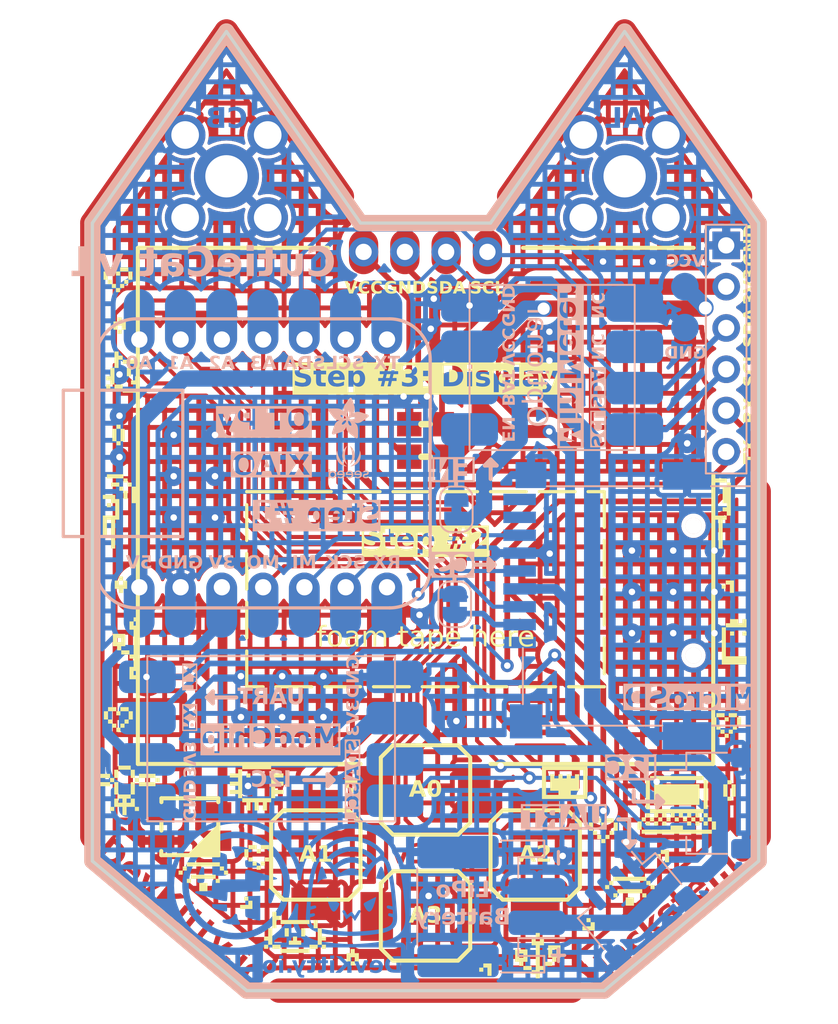
<source format=kicad_pcb>
(kicad_pcb (version 20221018) (generator pcbnew)
  (layers (0 "F.Cu" signal) (31 "B.Cu" signal) (34 "B.Paste" user) (35 "F.Paste" user) (36 "B.SilkS" user "B.Silkscreen") (37 "F.SilkS" user "F.Silkscreen") (38 "B.Mask" user) (39 "F.Mask" user) (44 "Edge.Cuts" user))
  (net 0 "")
  (net 1 "SDA")
  (net 2 "SCL")
  (net 3 "GND")
  (net 4 "+3V3")
  (net 5 "VBAT")
  (net 6 "Net-(JP2-B)")
  (net 7 "Net-(JP1-B)")
  (net 8 "UP_BTN")
  (net 9 "DN_BTN")
  (net 10 "LT_BTN")
  (net 11 "RT_BTN")
  (net 12 "MCU_TX")
  (net 13 "SCK")
  (net 14 "MISO")
  (net 15 "MOSI")
  (net 16 "VCC")
  (net 17 "MCU_RX")
  (net 22 "Net-(U2-VCC)")
  (net 23 "Net-(U2-GND)")
  (net 24 "DO")
  (footprint "LOGO" (layer "F.Cu") (at -10.39 16.12)
    (fp_text reference "G***" hide)
    (fp_text value "LOGO" hide)
  )
  (footprint "LOGO" (layer "F.Cu") (at 15.46 17.17)
    (fp_text reference "G***" hide)
    (fp_text value "LOGO" hide)
  )
  (footprint "LOGO" (layer "F.Cu") (at 8.56 15.79)
    (fp_text reference "G***" hide)
    (fp_text value "LOGO" hide)
  )
  (footprint "LOGO" (layer "F.Cu") (at -4.48 26.54)
    (fp_text reference "G***" hide)
    (fp_text value "LOGO" hide)
  )
  (footprint "LOGO" (layer "F.Cu") (at -18.47 7.535)
    (fp_text reference "G***" hide)
    (fp_text value "LOGO" hide)
  )
  (footprint "LOGO" (layer "F.Cu") (at -18.52 16.275)
    (fp_text reference "G***" hide)
    (fp_text value "LOGO" hide)
  )
  (footprint "LOGO" (layer "F.Cu") (at -18.92 -15.135)
    (fp_text reference "G***" hide)
    (fp_text value "LOGO" hide)
  )
  (footprint "Wardriver-Footprints:Smol" (layer "F.Cu") (at 6.75 20.25 90)
    (fp_text reference "SW4" hide)
    (fp_text value "Right")
  )
  (footprint "LOGO" (layer "F.Cu") (at -13.67 21.59)
    (fp_text reference "G***" hide)
    (fp_text value "LOGO" hide)
  )
  (footprint "LOGO" (layer "F.Cu") (at -18.82 -12.315)
    (fp_text reference "G***" hide)
    (fp_text value "LOGO" hide)
  )
  (footprint "LOGO" (layer "F.Cu") (at -17.7425 -9.455)
    (fp_text reference "G***" hide)
    (fp_text value "LOGO" hide)
  )
  (footprint "LOGO" (layer "F.Cu") (at 18.702 16.283)
    (fp_text reference "G***" hide)
    (fp_text value "LOGO" hide)
  )
  (footprint "LOGO" (layer "F.Cu") (at 18.53 12.285)
    (fp_text reference "G***" hide)
    (fp_text value "LOGO" hide)
  )
  (footprint "Wardriver-Footprints:Smol" (layer "F.Cu") (at 0 24 180)
    (fp_text reference "SW2" hide)
    (fp_text value "Down")
  )
  (footprint "LOGO" (layer "F.Cu") (at -18.74 3.625 180)
    (fp_text reference "G***" hide)
    (fp_text value "LOGO" hide)
  )
  (footprint "LOGO" (layer "F.Cu") (at 10.033 24.511)
    (fp_text reference "G***" hide)
    (fp_text value "LOGO" hide)
  )
  (footprint "LOGO" (layer "F.Cu") (at -18.84 -0.885)
    (fp_text reference "G***" hide)
    (fp_text value "LOGO" hide)
  )
  (footprint "LOGO" (layer "F.Cu") (at 6.9088 26.4414)
    (fp_text reference "G***" hide)
    (fp_text value "LOGO" hide)
  )
  (footprint "clipboard:4c8db4ee-6549-4df2-843f-e4db1e68e004" (layer "F.Cu") (at 21.95 -15.915)
    (fp_text reference "")
    (fp_text value "")
  )
  (footprint "LOGO" (layer "F.Cu") (at 12.573 22.479)
    (fp_text reference "G***" hide)
    (fp_text value "LOGO" hide)
  )
  (footprint "LOGO" (layer "F.Cu") (at -4.572 16.002 180)
    (fp_text reference "G***" hide)
    (fp_text value "LOGO" hide)
  )
  (footprint "Jumper:SolderJumper-2_P1.3mm_Bridged_Pad1.0x1.5mm" (layer "F.Cu") (at 0 -5.25 90)
    (fp_text reference "U6" hide)
    (fp_text value "~")
  )
  (footprint "LOGO" (layer "F.Cu") (at -18.9 11.915)
    (fp_text reference "G***" hide)
    (fp_text value "LOGO" hide)
  )
  (footprint "LOGO" (layer "F.Cu") (at 18.6 3.745 90)
    (fp_text reference "G***" hide)
    (fp_text value "LOGO" hide)
  )
  (footprint "LOGO" (layer "F.Cu") (at 10.94 18.76)
    (fp_text reference "G***" hide)
    (fp_text value "LOGO" hide)
  )
  (footprint "LED_SMD:LED_SK6812MINI_PLCC4_3.5x3.5mm_P1.75mm" (layer "F.Cu") (at -14.5 18.5)
    (fp_text reference "D1" hide)
    (fp_text value "SK6812MINI")
  )
  (footprint "Nugget-Modules:SH1106" (layer "F.Cu") (at 0 -2.1)
    (fp_text reference "U2" hide)
    (fp_text value "SH1106 OLED")
  )
  (footprint "LOGO" (layer "F.Cu") (at -10.26 20.4)
    (fp_text reference "G***" hide)
    (fp_text value "LOGO" hide)
  )
  (footprint "LOGO" (layer "F.Cu") (at 3.683 27.305 90)
    (fp_text reference "G***" hide)
    (fp_text value "LOGO" hide)
  )
  (footprint "Wardriver-Footprints:Smol" (layer "F.Cu") (at 0 16.25 180)
    (fp_text reference "SW1" hide)
    (fp_text value "Up")
  )
  (footprint "LOGO" (layer "F.Cu") (at -18.89 -5.585)
    (fp_text reference "G***" hide)
    (fp_text value "LOGO" hide)
  )
  (footprint "LOGO" (layer "F.Cu") (at 14.605 20.32 90)
    (fp_text reference "G***" hide)
    (fp_text value "LOGO" hide)
  )
  (footprint "Wardriver-Footprints:Smol" (layer "F.Cu") (at -6.75 20.25 90)
    (fp_text reference "SW3" hide)
    (fp_text value "Left")
  )
  (footprint "LOGO" (layer "F.Cu") (at 18.99 7.135)
    (fp_text reference "G***" hide)
    (fp_text value "LOGO" hide)
  )
  (footprint "LOGO" (layer "F.Cu") (at -11.03 23.19)
    (fp_text reference "G***" hide)
    (fp_text value "LOGO" hide)
  )
  (footprint "LOGO" (layer "F.Cu") (at 17.9005 -0.755)
    (fp_text reference "G***" hide)
    (fp_text value "LOGO" hide)
  )
  (footprint "LOGO" (layer "F.Cu") (at -8.03 25.01)
    (fp_text reference "G***" hide)
    (fp_text value "LOGO" hide)
  )
  (footprint "Connector_JST:JST_SH_SM04B-SRSS-TB_1x04-1MP_P1.00mm_Horizontal" (layer "B.Cu") (at 12.9 23.5 -140)
    (fp_text reference "J4" hide)
    (fp_text value "Conn_01x04_MountingPin" hide)
  )
  (footprint "Jumper:SolderJumper-2_P1.3mm_Bridged_RoundedPad1.0x1.5mm" (layer "B.Cu") (at 1.8 4.835 -90)
    (fp_text reference "JP1" hide)
    (fp_text value "Jumper")
  )
  (footprint "Connector_JST:JST_SH_SM04B-SRSS-TB_1x04-1MP_P1.00mm_Horizontal" (layer "B.Cu") (at 17.83 17.07 -90)
    (fp_text reference "J5" hide)
    (fp_text value "Conn_01x04_MountingPin" hide)
  )
  (footprint "Wardriver-Footprints:MOUDLE14P-SMD-2.54-21X17.8MM" (layer "B.Cu") (at -10 -3.84 90)
    (fp_text reference "U1" hide)
    (fp_text value "~" hide)
  )
  (footprint "Connector_PinSocket_2.54mm:PinSocket_1x06_P2.54mm_Vertical" (layer "B.Cu") (at 18.5 -17.25 180)
    (fp_text reference "J1" hide)
    (fp_text value "Header" hide)
  )
  (footprint "clipboard:f961fc29-c949-4d2d-849c-141f9608b811" (layer "B.Cu") (at 4.9 0.14 90)
    (fp_text reference "")
    (fp_text value "")
  )
  (footprint "Jumper:SolderJumper-2_P1.3mm_Bridged_RoundedPad1.0x1.5mm" (layer "B.Cu") (at 1.8996 -1.0142 90)
    (fp_text reference "JP2" hide)
    (fp_text value "Jumper")
  )
  (footprint "Connector_Coaxial:SMA_Amphenol_901-144_Vertical" (layer "B.Cu") (at 12.25 -21.5 180)
    (fp_text reference "AE1" hide)
    (fp_text value "Antenna_Shield")
  )
  (footprint "DevKitty-ModChip:DevKitty-ModChip" (layer "B.Cu") (at -9.5 13.1 180)
    (fp_text reference "U4" hide)
    (fp_text value "~")
  )
  (footprint "Connector_JST:JST_PH_S2B-PH-SM4-TB_1x02-1MP_P2.00mm_Horizontal" (layer "B.Cu") (at 4 23.42 90)
    (fp_text reference "J2" hide)
    (fp_text value "LiPo")
  )
  (footprint "PicoCharge:MiniMeter" (layer "B.Cu") (at 7.79 -9.74 -90)
    (fp_text reference "U3" hide)
    (fp_text value "~")
  )
  (footprint "Wardriver-Footprints:MicroSD" (layer "B.Cu") (at 5.99 4.93 -90)
    (fp_text reference "U5" hide)
    (fp_text value "MicroSD Card" hide)
  )
  (footprint "Connector_Coaxial:SMA_Amphenol_901-144_Vertical" (layer "B.Cu") (at -12.25 -21.5 180)
    (fp_text reference "AE2" hide)
    (fp_text value "Antenna_Shield")
  )
  (footprint "LOGO" (layer "B.Cu") (at -11.65 22.13 180)
    (fp_text reference "G***" hide)
    (fp_text value "LOGO" hide)
  )
  (footprint "LOGO" (layer "B.Cu") (at -4.553599 22.178427 180)
    (fp_text reference "Gf" hide)
    (fp_text value "LOGO" hide)
  )
  (footprint "LOGO" (layer "B.Cu") (at -11.65 22.13 180)
    (fp_text reference "G***" hide)
    (fp_text value "LOGO" hide)
  )
  (gr_line (start 20.5 19.1232) (end 20.5 -2.12317) (stroke (width 1.5)) (layer "F.Cu"))
  (gr_line (start 12.25 -30.4054) (end 5.14715 -20.2615) (stroke (width 1.5)) (layer "F.Cu"))
  (gr_line (start -12.25 -30.4054) (end -5.14715 -20.2615) (stroke (width 1.5)) (layer "F.Cu"))
  (gr_line (start -20.5 -18.6232) (end -12.25 -30.4054) (stroke (width 1.5)) (layer "F.Cu"))
  (gr_line (start -9 28.5946) (end 9 28.5946) (stroke (width 1.5)) (layer "F.Cu"))
  (gr_line (start 12.25 -30.4054) (end 19.3528 -20.2615) (stroke (width 1.5)) (layer "F.Cu"))
  (gr_line (start -20.5 19.1232) (end -20.5 -18.6232) (stroke (width 1.5)) (layer "F.Cu"))
  (gr_circle (center -11.65 22.13) (end -8.532966 22.13) (stroke (width 0.4)) (fill none) (layer "B.Cu"))
  (gr_line (start 1.8796 -2.7042) (end 1.8796 -2.4892) (stroke (width 0.25)) (layer "B.SilkS"))
  (gr_line (start 11 28.5946) (end -11 28.5946) (stroke (width 1)) (layer "B.SilkS"))
  (gr_line (start 3.6482 -3.7084) (end 4.3782 -3.7084) (stroke (width 0.25)) (layer "B.SilkS"))
  (gr_line (start 14.25 16.605) (end 14.62 16.965) (stroke (width 0.25)) (layer "B.SilkS"))
  (gr_line (start -20.5 -18.6232) (end -20.5 20.6232) (stroke (width 1)) (layer "B.SilkS"))
  (gr_line (start 20.5 20.6232) (end 11 28.5946) (stroke (width 1)) (layer "B.SilkS"))
  (gr_line (start 12.17 19.41) (end 12.9 19.41) (stroke (width 0.25)) (layer "B.SilkS"))
  (gr_line (start 1.78 3.145) (end 1.78 3.36) (stroke (width 0.25)) (layer "B.SilkS"))
  (gr_line (start 12.81 16.295) (end 12.81 16.965) (stroke (width 0.25)) (layer "B.SilkS"))
  (gr_line (start 20.5 -18.6232) (end 20.5 20.6232) (stroke (width 1)) (layer "B.SilkS"))
  (gr_line (start 14.25 16.605) (end 14.25 17.335) (stroke (width 0.25)) (layer "B.SilkS"))
  (gr_line (start 3.885 2.035) (end 3.885 2.765) (stroke (width 0.25)) (layer "B.SilkS"))
  (gr_line (start 12.81 16.965) (end 14.62 16.965) (stroke (width 0.25)) (layer "B.SilkS"))
  (gr_line (start 3.885 2.035) (end 4.255 2.395) (stroke (width 0.25)) (layer "B.SilkS"))
  (gr_line (start 4 -18.6232) (end 12.25 -30.4054) (stroke (width 1)) (layer "B.SilkS"))
  (gr_line (start -20.5 -18.6232) (end -12.25 -30.4054) (stroke (width 1)) (layer "B.SilkS"))
  (gr_line (start 4.0082 -4.0784) (end 4.3782 -3.7084) (stroke (width 0.25)) (layer "B.SilkS"))
  (gr_line (start 12.53 18.06) (end 12.53 19.78) (stroke (width 0.25)) (layer "B.SilkS"))
  (gr_line (start 4.255 2.395) (end 3.885 2.765) (stroke (width 0.25)) (layer "B.SilkS"))
  (gr_line (start 12.53 19.78) (end 12.9 19.41) (stroke (width 0.25)) (layer "B.SilkS"))
  (gr_line (start 12.17 19.41) (end 12.53 19.78) (stroke (width 0.25)) (layer "B.SilkS"))
  (gr_line (start 4.0082 -2.8784) (end 4.0082 -4.0784) (stroke (width 0.25)) (layer "B.SilkS"))
  (gr_line (start 11.86 18.06) (end 12.53 18.06) (stroke (width 0.25)) (layer "B.SilkS"))
  (gr_line (start -12.25 -30.4054) (end -4 -18.6232) (stroke (width 1)) (layer "B.SilkS"))
  (gr_line (start 14.62 16.965) (end 14.25 17.335) (stroke (width 0.25)) (layer "B.SilkS"))
  (gr_line (start -4 -18.6232) (end 4 -18.6232) (stroke (width 1)) (layer "B.SilkS"))
  (gr_line (start -11 28.5946) (end -20.5 20.6232) (stroke (width 1)) (layer "B.SilkS"))
  (gr_line (start 3.6482 -3.7084) (end 4.0082 -4.0784) (stroke (width 0.25)) (layer "B.SilkS"))
  (gr_line (start 12.25 -30.4054) (end 20.5 -18.6232) (stroke (width 1)) (layer "B.SilkS"))
  (gr_line (start 3.055 2.395) (end 4.255 2.395) (stroke (width 0.25)) (layer "B.SilkS"))
  (gr_line (start -20.5 -18.6232) (end -20.5 20.6232) (stroke (width 0.2)) (layer "Edge.Cuts"))
  (gr_line (start 20.5 20.6232) (end 11 28.5946) (stroke (width 0.2)) (layer "Edge.Cuts"))
  (gr_line (start 20.5 -18.6232) (end 20.5 20.6232) (stroke (width 0.2)) (layer "Edge.Cuts"))
  (gr_line (start 4 -18.6232) (end 12.25 -30.4054) (stroke (width 0.2)) (layer "Edge.Cuts"))
  (gr_line (start 11 28.5946) (end -11 28.5946) (stroke (width 0.2)) (layer "Edge.Cuts"))
  (gr_line (start -4 -18.6232) (end 4 -18.6232) (stroke (width 0.2)) (layer "Edge.Cuts"))
  (gr_line (start -12.25 -30.4054) (end -4 -18.6232) (stroke (width 0.2)) (layer "Edge.Cuts"))
  (gr_line (start -20.5 -18.6232) (end -12.25 -30.4054) (stroke (width 0.2)) (layer "Edge.Cuts"))
  (gr_line (start -11 28.5946) (end -20.5 20.6232) (stroke (width 0.2)) (layer "Edge.Cuts"))
  (gr_line (start 12.25 -30.4054) (end 20.5 -18.6232) (stroke (width 0.2)) (layer "Edge.Cuts"))
  (gr_text "Hackster.io" (at 15.02 23.76 40) (layer "F.Cu") (effects (font (size 1.5 1.5) (thickness 0.2) bold)))
  (gr_text "v1.0" (at 0 20.25) (layer "F.Cu") (effects (font (size 1.25 1.25) (thickness 0.2) bold)))
  (gr_text "DevKitty.io" (at -15.02 23.83 320) (layer "F.Cu") (effects (font (size 1.5 1.5) (thickness 0.2) bold)))
  (gr_text "AL" (at 12.25 -25) (layer "B.Cu") (effects (font (size 1.25 1.25) (thickness 0.25) bold) (justify mirror)))
  (gr_text "DevKitty.io" (at -5.74 27.08) (layer "B.Cu") (effects (font (size 1 1) (thickness 0.2) bold) (justify mirror)))
  (gr_text "CB" (at -12.25 -25) (layer "B.Cu") (effects (font (size 1.25 1.25) (thickness 0.25) bold) (justify mirror)))
  (gr_text "CS" (at 2.95 2.515) (layer "B.SilkS" knockout) (effects (font (size 1.25 1.25) (thickness 0.25) bold) (justify left mirror)))
  (gr_text "CutieCat v1" (at -5.51 -15.055) (layer "B.SilkS") (effects (font (size 1.8 1.8) (thickness 0.2) bold) (justify left bottom mirror)))
  (gr_text "GND" (at 16 -10.6) (layer "B.SilkS") (effects (font (size 0.75 0.75) (thickness 0.1875) bold) (justify mirror)))
  (gr_text "I2C" (at 14.224 14.986) (layer "B.SilkS" knockout) (effects (font (size 1.25 1.25) (thickness 0.25) bold) (justify left mirror)))
  (gr_text "LiPo\nBattery" (at 2.29 23.27) (layer "B.SilkS") (effects (font (size 1 1) (thickness 0.25) bold) (justify mirror)))
  (gr_text "VCC" (at 16 -16.25) (layer "B.SilkS") (effects (font (size 0.75 0.75) (thickness 0.1875) bold) (justify mirror)))
  (gr_text "UART" (at 11.176 18.01) (layer "B.SilkS" knockout) (effects (font (size 1.25 1.25) (thickness 0.25) bold) (justify left mirror)))
  (gr_text "EN" (at 3.0496 -3.3342) (layer "B.SilkS" knockout) (effects (font (size 1.25 1.25) (thickness 0.25) bold) (justify left mirror)))
  (segment (start 1.633604 -1) (end -3.7 -1) (width 0.25) (layer "F.Cu") (net 1))
  (segment (start 4.622451 14.668847) (end 3.17 13.216396) (width 0.25) (layer "F.Cu") (net 1))
  (segment (start 4.622451 14.77) (end 4.622451 14.668847) (width 0.25) (layer "F.Cu") (net 1))
  (segment (start 3.17 0.536396) (end 1.633604 -1) (width 0.25) (layer "F.Cu") (net 1))
  (segment (start -5.36 -2.66) (end -5.36 -9.37) (width 0.25) (layer "F.Cu") (net 1))
  (segment (start -3.7 -1) (end -5.36 -2.66) (width 0.25) (layer "F.Cu") (net 1))
  (segment (start 3.17 13.216396) (end 3.17 0.536396) (width 0.25) (layer "F.Cu") (net 1))
  (segment (start -5.36 -9.37) (end -7.66 -11.67) (width 0.25) (layer "F.Cu") (net 1))
  (via (at 4.622451 14.77) (size 0.8) (drill 0.4) (layers "F.Cu" "B.Cu") (net 1))
  (segment (start 12.493274 -8.47) (end 12.87 -8.47) (width 0.25) (layer "B.Cu") (net 1))
  (segment (start -6.09 -18.225) (end 2.235 -18.225) (width 0.25) (layer "B.Cu") (net 1))
  (segment (start 10.066 -14.969) (end 10.066 -10.897274) (width 0.25) (layer "B.Cu") (net 1))
  (segment (start 14.8 -8.47) (end 18.5 -12.17) (width 0.35) (layer "B.Cu") (net 1))
  (segment (start 4.632451 14.78) (end 10.79 14.78) (width 0.25) (layer "B.Cu") (net 1))
  (segment (start 10.066 -10.897274) (end 12.493274 -8.47) (width 0.25) (layer "B.Cu") (net 1))
  (segment (start -1.47 14.78) (end -1.88 14.37) (width 0.25) (layer "B.Cu") (net 1))
  (segment (start 4.622451 14.77) (end 4.632451 14.78) (width 0.25) (layer "B.Cu") (net 1))
  (segment (start -7.66 -12.82) (end -7.66 -16.655) (width 0.25) (layer "B.Cu") (net 1))
  (segment (start 8.385 -16.65) (end 10.066 -14.969) (width 0.25) (layer "B.Cu") (net 1))
  (segment (start 4.612451 14.78) (end -1.47 14.78) (width 0.25) (layer "B.Cu") (net 1))
  (segment (start 3.81 -16.65) (end 8.385 -16.65) (width 0.25) (layer "B.Cu") (net 1))
  (segment (start 2.235 -18.225) (end 3.81 -16.65) (width 0.25) (layer "B.Cu") (net 1))
  (segment (start 10.79 14.78) (end 13.58 17.57) (width 0.25) (layer "B.Cu") (net 1))
  (segment (start 13.58 17.57) (end 15.83 17.57) (width 0.25) (layer "B.Cu") (net 1))
  (segment (start 4.622451 14.77) (end 4.612451 14.78) (width 0.25) (layer "B.Cu") (net 1))
  (segment (start 12.87 -8.47) (end 14.8 -8.47) (width 0.35) (layer "B.Cu") (net 1))
  (segment (start -7.66 -16.655) (end -6.09 -18.225) (width 0.25) (layer "B.Cu") (net 1))
  (segment (start 1.82 -1.45) (end -3.513604 -1.45) (width 0.25) (layer "F.Cu") (net 2))
  (segment (start 3.62 0.35) (end 1.82 -1.45) (width 0.25) (layer "F.Cu") (net 2))
  (segment (start -3.513604 -1.45) (end -4.91 -2.846396) (width 0.25) (layer "F.Cu") (net 2))
  (segment (start 3.62 12.55) (end 3.62 0.35) (width 0.25) (layer "F.Cu") (net 2))
  (segment (start -4.91 -2.846396) (end -4.91 -11.46) (width 0.25) (layer "F.Cu") (net 2))
  (segment (start 6.39 15.32) (end 3.62 12.55) (width 0.25) (layer "F.Cu") (net 2))
  (segment (start 6.39 15.5045) (end 6.39 15.32) (width 0.25) (layer "F.Cu") (net 2))
  (via (at 6.39 15.5045) (size 0.8) (drill 0.4) (layers "F.Cu" "B.Cu") (net 2))
  (segment (start 14.8 -5.93) (end 18.5 -9.63) (width 0.35) (layer "B.Cu") (net 2))
  (segment (start 0.3255 15.5045) (end -1.08 16.91) (width 0.25) (layer "B.Cu") (net 2))
  (segment (start 2.845 -15.075) (end 4.317412 -15.075) (width 0.25) (layer "B.Cu") (net 2))
  (segment (start 9.37 -14.645) (end 9.37 -10.605) (width 0.25) (layer "B.Cu") (net 2))
  (segment (start -3.735 -14.955) (end -0.425 -14.955) (width 0.25) (layer "B.Cu") (net 2))
  (segment (start 13.57 18.57) (end 15.83 18.57) (width 0.25) (layer "B.Cu") (net 2))
  (segment (start 10.46 -9.515) (end 10.46 -7.595) (width 0.25) (layer "B.Cu") (net 2))
  (segment (start -5.12 -12.82) (end -5.12 -13.57) (width 0.25) (layer "B.Cu") (net 2))
  (segment (start 4.317412 -15.075) (end 5.217412 -15.975) (width 0.25) (layer "B.Cu") (net 2))
  (segment (start -5.12 -13.57) (end -3.735 -14.955) (width 0.25) (layer "B.Cu") (net 2))
  (segment (start 1.27 -16.65) (end 2.845 -15.075) (width 0.25) (layer "B.Cu") (net 2))
  (segment (start -1.08 16.91) (end -1.88 16.91) (width 0.25) (layer "B.Cu") (net 2))
  (segment (start 5.217412 -15.975) (end 8.04 -15.975) (width 0.25) (layer "B.Cu") (net 2))
  (segment (start -0.425 -14.955) (end 1.27 -16.65) (width 0.25) (layer "B.Cu") (net 2))
  (segment (start 9.37 -10.605) (end 10.46 -9.515) (width 0.25) (layer "B.Cu") (net 2))
  (segment (start 12.87 -5.93) (end 14.8 -5.93) (width 0.35) (layer "B.Cu") (net 2))
  (segment (start 6.39 15.5045) (end 0.3255 15.5045) (width 0.25) (layer "B.Cu") (net 2))
  (segment (start 10.46 -7.595) (end 12.125 -5.93) (width 0.25) (layer "B.Cu") (net 2))
  (segment (start 6.39 15.5045) (end 10.5045 15.5045) (width 0.25) (layer "B.Cu") (net 2))
  (segment (start 10.5045 15.5045) (end 13.57 18.57) (width 0.25) (layer "B.Cu") (net 2))
  (segment (start 12.125 -5.93) (end 12.87 -5.93) (width 0.25) (layer "B.Cu") (net 2))
  (segment (start 8.04 -15.975) (end 9.37 -14.645) (width 0.25) (layer "B.Cu") (net 2))
  (segment (start 6.78 23.25) (end 6.28 23.25) (width 0.25) (layer "F.Cu") (net 3))
  (via (at 13.97 -16.256) (size 0.8) (drill 0.4) (layers "F.Cu" "B.Cu") (net 3))
  (via (at 1.9 12.01) (size 0.8) (drill 0.4) (layers "F.Cu" "B.Cu") (net 3))
  (via (at 0.089595 -7.959095) (size 0.8) (drill 0.4) (layers "F.Cu" "B.Cu") (net 3))
  (via (at 17.78 1.524) (size 0.8) (drill 0.4) (layers "F.Cu" "B.Cu") (net 3))
  (via (at -15.494 -5.588) (size 0.8) (drill 0.4) (layers "F.Cu" "B.Cu") (net 3))
  (via (at 17.78 6.604) (size 0.8) (drill 0.4) (layers "F.Cu" "B.Cu") (net 3))
  (via (at 15.24 4.064) (size 0.8) (drill 0.4) (layers "F.Cu" "B.Cu") (net 3))
  (via (at 15.24 6.604) (size 0.8) (drill 0.4) (layers "F.Cu" "B.Cu") (net 3))
  (via (at -18.83 -9.31) (size 0.8) (drill 0.4) (layers "F.Cu" "B.Cu") (net 3))
  (via (at 0.19 22.77) (size 0.8) (drill 0.4) (layers "F.Cu" "B.Cu") (net 3))
  (via (at -11.36 9.25) (size 0.8) (drill 0.4) (layers "F.Cu" "B.Cu") (net 3))
  (via (at 10.922 -16.256) (size 0.8) (drill 0.4) (layers "F.Cu" "B.Cu") (net 3))
  (via (at 0.508 -13.97) (size 0.8) (drill 0.4) (layers "F.Cu" "B.Cu") (net 3))
  (via (at -8.82 9.25) (size 0.8) (drill 0.4) (layers "F.Cu" "B.Cu") (net 3))
  (via (at 8.44 20.31) (size 0.8) (drill 0.4) (layers "F.Cu" "B.Cu") (net 3))
  (via (at 7.64 1.71) (size 0.8) (drill 0.4) (layers "F.Cu" "B.Cu") (net 3))
  (via (at -12.954 -5.588) (size 0.8) (drill 0.4) (layers "F.Cu" "B.Cu") (net 3))
  (via (at -10.922 16.002) (size 0.8) (drill 0.4) (layers "F.Cu" "B.Cu") (net 3))
  (via (at -6.28 11.77) (size 0.8) (drill 0.4) (layers "F.Cu" "B.Cu") (net 3))
  (via (at 16.1 -5.07) (size 0.8) (drill 0.4) (layers "F.Cu" "B.Cu") (net 3))
  (via (at -15.494 -0.508) (size 0.8) (drill 0.4) (layers "F.Cu" "B.Cu") (net 3))
  (via (at -8.82 11.77) (size 0.8) (drill 0.4) (layers "F.Cu" "B.Cu") (net 3))
  (via (at -6.28 9.25) (size 0.8) (drill 0.4) (layers "F.Cu" "B.Cu") (net 3))
  (via (at -11.36 11.77) (size 0.8) (drill 0.4) (layers "F.Cu" "B.Cu") (net 3))
  (via (at 7.62 -10.16) (size 0.8) (drill 0.4) (layers "F.Cu" "B.Cu") (net 3))
  (via (at 0.3245 -12.12) (size 0.8) (drill 0.4) (layers "F.Cu" "B.Cu") (net 3))
  (via (at 12.7 4.064) (size 0.8) (drill 0.4) (layers "F.Cu" "B.Cu") (net 3))
  (via (at -1.3505 -7.9605) (size 0.8) (drill 0.4) (layers "F.Cu" "B.Cu") (net 3))
  (via (at 12.7 6.604) (size 0.8) (drill 0.4) (layers "F.Cu" "B.Cu") (net 3))
  (via (at 12.34 19.45) (size 0.8) (drill 0.4) (layers "F.Cu" "B.Cu") (net 3))
  (via (at -12.954 -3.048) (size 0.8) (drill 0.4) (layers "F.Cu" "B.Cu") (net 3))
  (via (at -15.494 -3.048) (size 0.8) (drill 0.4) (layers "F.Cu" "B.Cu") (net 3))
  (via (at -0.37 5.48) (size 0.8) (drill 0.4) (layers "F.Cu" "B.Cu") (net 3))
  (via (at 12.7 1.524) (size 0.8) (drill 0.4) (layers "F.Cu" "B.Cu") (net 3))
  (via (at 17.78 4.064) (size 0.8) (drill 0.4) (layers "F.Cu" "B.Cu") (net 3))
  (via (at 7.62 -11.938) (size 0.8) (drill 0.4) (layers "F.Cu" "B.Cu") (net 3))
  (via (at -18.83 -6.77) (size 0.8) (drill 0.4) (layers "F.Cu" "B.Cu") (net 3))
  (via (at 14.224 15.748) (size 0.8) (drill 0.4) (layers "F.Cu" "B.Cu") (net 3))
  (via (at -18.83 -4.23) (size 0.8) (drill 0.4) (layers "F.Cu" "B.Cu") (net 3))
  (via (at -12.954 -0.508) (size 0.8) (drill 0.4) (layers "F.Cu" "B.Cu") (net 3))
  (via (at 2.71 -13.55) (size 0.8) (drill 0.4) (layers "F.Cu" "B.Cu") (net 3))
  (via (at 15.24 1.524) (size 0.8) (drill 0.4) (layers "F.Cu" "B.Cu") (net 3))
  (segment (start 14.402 15.57) (end 14.224 15.748) (width 0.4) (layer "B.Cu") (net 3))
  (segment (start 15.83 15.57) (end 14.402 15.57) (width 0.4) (layer "B.Cu") (net 3))
  (segment (start 1.67 -4.25) (end 3.33 -5.91) (width 1) (layer "F.Cu") (net 4))
  (segment (start -12.49 17.365) (end -12.49 3.82) (width 0.6) (layer "F.Cu") (net 4))
  (segment (start 7.61 -5.8) (end 4.99 -5.8) (width 0.8) (layer "F.Cu") (net 4))
  (segment (start 3.33 -11.18) (end 6.86 -14.71) (width 1) (layer "F.Cu") (net 4))
  (segment (start 4.99 -5.8) (end 3.33 -7.46) (width 0.8) (layer "F.Cu") (net 4))
  (segment (start 6.86 -14.71) (end 18.5 -14.71) (width 1) (layer "F.Cu") (net 4))
  (segment (start -12.75 17.625) (end -12.49 17.365) (width 0.6) (layer "F.Cu") (net 4))
  (segment (start 3.33 -5.91) (end 3.33 -11.18) (width 1) (layer "F.Cu") (net 4))
  (segment (start 1 -4.09) (end 1 -4.25) (width 1) (layer "F.Cu") (net 4))
  (segment (start 1 -4.25) (end 1.67 -4.25) (width 1) (layer "F.Cu") (net 4))
  (segment (start -12.49 3.82) (end -12.53 3.78) (width 0.6) (layer "F.Cu") (net 4))
  (via (at 7.61 -5.8) (size 0.8) (drill 0.4) (layers "F.Cu" "B.Cu") (net 4))
  (segment (start 5.79 3.88) (end 7.9948 3.88) (width 0.6) (layer "B.Cu") (net 4))
  (segment (start -17.12 14.37) (end -17.97 14.37) (width 0.6) (layer "B.Cu") (net 4))
  (segment (start 16.682817 20.53) (end 17.205 20.007817) (width 0.4) (layer "B.Cu") (net 4))
  (segment (start 11.997447 21.646517) (end 12.497618 22.146688) (width 0.4) (layer "B.Cu") (net 4))
  (segment (start 7.9948 3.88) (end 8.89 4.7752) (width 0.6) (layer "B.Cu") (net 4))
  (segment (start 8.89 11.686793) (end 11.061403 13.858196) (width 0.6) (layer "B.Cu") (net 4))
  (segment (start 8.89 4.7752) (end 8.89 -4.52) (width 0.6) (layer "B.Cu") (net 4))
  (segment (start 11.003207 13.8) (end 13.851207 16.648) (width 0.6) (layer "B.Cu") (net 4))
  (segment (start -14.214975 7.64) (end -12.74 6.165025) (width 0.6) (layer "B.Cu") (net 4))
  (segment (start 0.9984 13.8) (end 11.003207 13.8) (width 0.6) (layer "B.Cu") (net 4))
  (segment (start -0.9716 11.83) (end 0.9984 13.8) (width 0.6) (layer "B.Cu") (net 4))
  (segment (start -18.209899 7.63) (end -18.199899 7.64) (width 0.6) (layer "B.Cu") (net 4))
  (segment (start -5.68 14.37) (end -3.14 11.83) (width 1) (layer "B.Cu") (net 4))
  (segment (start 8.89 4.7752) (end 8.89 11.686793) (width 0.6) (layer "B.Cu") (net 4))
  (segment (start -19.59 12.75) (end -19.59 8.595786) (width 0.6) (layer "B.Cu") (net 4))
  (segment (start -1.88 11.83) (end -0.9716 11.83) (width 0.6) (layer "B.Cu") (net 4))
  (segment (start -17.97 14.37) (end -19.59 12.75) (width 0.6) (layer "B.Cu") (net 4))
  (segment (start -12.74 6.165025) (end -12.74 4.96) (width 0.6) (layer "B.Cu") (net 4))
  (segment (start 15.05 20.53) (end 16.682817 20.53) (width 0.4) (layer "B.Cu") (net 4))
  (segment (start -3.14 11.83) (end -1.88 11.83) (width 1) (layer "B.Cu") (net 4))
  (segment (start 13.433312 22.146688) (end 15.05 20.53) (width 0.4) (layer "B.Cu") (net 4))
  (segment (start 7.61 -5.8) (end 7.62 -5.79) (width 0.6) (layer "B.Cu") (net 4))
  (segment (start 17.205 17.392183) (end 16.382817 16.57) (width 0.4) (layer "B.Cu") (net 4))
  (segment (start 16.382817 16.57) (end 15.83 16.57) (width 0.4) (layer "B.Cu") (net 4))
  (segment (start 12.497618 22.146688) (end 13.433312 22.146688) (width 0.4) (layer "B.Cu") (net 4))
  (segment (start -17.12 14.37) (end -5.68 14.37) (width 1) (layer "B.Cu") (net 4))
  (segment (start 13.851207 16.648) (end 15.752 16.648) (width 0.6) (layer "B.Cu") (net 4))
  (segment (start -18.624214 7.63) (end -18.209899 7.63) (width 0.6) (layer "B.Cu") (net 4))
  (segment (start 17.205 20.007817) (end 17.205 17.392183) (width 0.4) (layer "B.Cu") (net 4))
  (segment (start -19.59 8.595786) (end -18.624214 7.63) (width 0.6) (layer "B.Cu") (net 4))
  (segment (start 15.752 16.648) (end 15.83 16.57) (width 0.6) (layer "B.Cu") (net 4))
  (segment (start -18.199899 7.64) (end -14.214975 7.64) (width 0.6) (layer "B.Cu") (net 4))
  (segment (start 8.89 -4.52) (end 7.61 -5.8) (width 0.6) (layer "B.Cu") (net 4))
  (segment (start 13.81 14.57) (end 10.25 11.01) (width 1) (layer "B.Cu") (net 5))
  (segment (start 18.105 15.705) (end 16.97 14.57) (width 1) (layer "B.Cu") (net 5))
  (segment (start 17.19 21.43) (end 18.105 20.515) (width 1) (layer "B.Cu") (net 5))
  (segment (start 6.85 24.42) (end 12.620906 24.42) (width 1) (layer "B.Cu") (net 5))
  (segment (start 2.83955 -0.3642) (end 1.8996 -0.3642) (width 1) (layer "B.Cu") (net 5))
  (segment (start 12.620906 24.42) (end 15.610906 21.43) (width 1) (layer "B.Cu") (net 5))
  (segment (start 7.15 -8.47) (end 2.71 -8.47) (width 1) (layer "B.Cu") (net 5))
  (segment (start 10.25 11.01) (end 10.25 -5.37) (width 1) (layer "B.Cu") (net 5))
  (segment (start 15.610906 21.43) (end 17.19 21.43) (width 1) (layer "B.Cu") (net 5))
  (segment (start 16.97 14.57) (end 13.81 14.57) (width 1) (layer "B.Cu") (net 5))
  (segment (start 3.6 -1.12465) (end 2.83955 -0.3642) (width 1) (layer "B.Cu") (net 5))
  (segment (start 4.74 -8.47) (end 5.8 -7.41) (width 1) (layer "B.Cu") (net 5))
  (segment (start 10.25 -5.37) (end 7.15 -8.47) (width 1) (layer "B.Cu") (net 5))
  (segment (start 5.8 -7.41) (end 5.8 -5.34) (width 1) (layer "B.Cu") (net 5))
  (segment (start 18.105 20.515) (end 18.105 15.705) (width 1) (layer "B.Cu") (net 5))
  (segment (start 5.8 -5.34) (end 3.6 -3.14) (width 1) (layer "B.Cu") (net 5))
  (segment (start 3.6 -3.14) (end 3.6 -1.12465) (width 1) (layer "B.Cu") (net 5))
  (segment (start 1.8996 -1.6642) (end 1.8996 -5.1196) (width 1) (layer "B.Cu") (net 6))
  (segment (start 2.1242 -1.6642) (end 1.8996 -1.6642) (width 1) (layer "B.Cu") (net 6))
  (segment (start 1.8996 -5.1196) (end 2.71 -5.93) (width 1) (layer "B.Cu") (net 6))
  (segment (start 4.22 6.08) (end 5.79 6.08) (width 0.35) (layer "B.Cu") (net 7))
  (segment (start 1.8 5.485) (end 1.885 5.4) (width 0.35) (layer "B.Cu") (net 7))
  (segment (start 3.54 5.4) (end 4.22 6.08) (width 0.35) (layer "B.Cu") (net 7))
  (segment (start 1.885 5.4) (end 3.54 5.4) (width 0.35) (layer "B.Cu") (net 7))
  (segment (start -0.662792 1.59) (end -8.632792 1.59) (width 0.25) (layer "F.Cu") (net 8))
  (segment (start -12.993604 -9.21) (end -15.36 -9.21) (width 0.25) (layer "F.Cu") (net 8))
  (segment (start -10.89 -7.106396) (end -12.993604 -9.21) (width 0.25) (layer "F.Cu") (net 8))
  (segment (start 0.958 6.678396) (end 0.958 3.210792) (width 0.25) (layer "F.Cu") (net 8))
  (segment (start -8.632792 1.59) (end -10.89 -0.667208) (width 0.25) (layer "F.Cu") (net 8))
  (segment (start -0.95 11.966396) (end -0.95 8.586396) (width 0.25) (layer "F.Cu") (net 8))
  (segment (start -0.95 8.586396) (end 0.958 6.678396) (width 0.25) (layer "F.Cu") (net 8))
  (segment (start -3 17.03) (end -3 14.016396) (width 0.25) (layer "F.Cu") (net 8))
  (segment (start -3 14.016396) (end -0.95 11.966396) (width 0.25) (layer "F.Cu") (net 8))
  (segment (start -10.89 -0.667208) (end -10.89 -7.106396) (width 0.25) (layer "F.Cu") (net 8))
  (segment (start 0.958 3.210792) (end -0.662792 1.59) (width 0.25) (layer "F.Cu") (net 8))
  (segment (start -15.36 -9.21) (end -17.82 -11.67) (width 0.25) (layer "F.Cu") (net 8))
  (segment (start -10.44 -0.853604) (end -10.44 -7.292792) (width 0.25) (layer "F.Cu") (net 9))
  (segment (start -2.425 19.025) (end -1.675 18.275) (width 0.25) (layer "F.Cu") (net 9))
  (segment (start -8.446396 1.14) (end -10.44 -0.853604) (width 0.25) (layer "F.Cu") (net 9))
  (segment (start -0.5 12.152792) (end -0.5 8.772792) (width 0.25) (layer "F.Cu") (net 9))
  (segment (start -1.675 18.275) (end -1.675 13.327792) (width 0.25) (layer "F.Cu") (net 9))
  (segment (start -2.425 22.295) (end -2.425 19.025) (width 0.25) (layer "F.Cu") (net 9))
  (segment (start -3 25.03) (end -3 22.87) (width 0.25) (layer "F.Cu") (net 9))
  (segment (start -0.476396 1.14) (end -8.446396 1.14) (width 0.25) (layer "F.Cu") (net 9))
  (segment (start 1.408 6.864792) (end 1.408 3.024396) (width 0.25) (layer "F.Cu") (net 9))
  (segment (start -12.807208 -9.66) (end -13.84 -9.66) (width 0.25) (layer "F.Cu") (net 9))
  (segment (start -1.675 13.327792) (end -0.5 12.152792) (width 0.25) (layer "F.Cu") (net 9))
  (segment (start -13.84 -9.66) (end -15.28 -11.1) (width 0.25) (layer "F.Cu") (net 9))
  (segment (start 1.408 3.024396) (end -0.476396 1.14) (width 0.25) (layer "F.Cu") (net 9))
  (segment (start -0.5 8.772792) (end 1.408 6.864792) (width 0.25) (layer "F.Cu") (net 9))
  (segment (start -3 22.87) (end -2.425 22.295) (width 0.25) (layer "F.Cu") (net 9))
  (segment (start -10.44 -7.292792) (end -12.807208 -9.66) (width 0.25) (layer "F.Cu") (net 9))
  (segment (start -8.819188 2.04) (end -11.34 -0.480812) (width 0.25) (layer "F.Cu") (net 10))
  (segment (start -19.11 -13.03) (end -18.28 -13.86) (width 0.25) (layer "F.Cu") (net 10))
  (segment (start -12.53 -13.15) (end -12.53 -11.46) (width 0.25) (layer "F.Cu") (net 10))
  (segment (start 0.355 3.244188) (end -0.849188 2.04) (width 0.25) (layer "F.Cu") (net 10))
  (segment (start -7.075 17.645) (end -7.075 15.465) (width 0.25) (layer "F.Cu") (net 10))
  (segment (start -11.34 -6.92) (end -13.18 -8.76) (width 0.25) (layer "F.Cu") (net 10))
  (segment (start -11.34 -0.480812) (end -11.34 -6.92) (width 0.25) (layer "F.Cu") (net 10))
  (segment (start -5.79 14.18) (end -3.8 14.18) (width 0.25) (layer "F.Cu") (net 10))
  (segment (start -16.97 -8.76) (end -19.11 -10.9) (width 0.25) (layer "F.Cu") (net 10))
  (segment (start -1.4 11.78) (end -1.4 8.4) (width 0.25) (layer "F.Cu") (net 10))
  (segment (start -3.8 14.18) (end -1.4 11.78) (width 0.25) (layer "F.Cu") (net 10))
  (segment (start -18.28 -13.86) (end -13.24 -13.86) (width 0.25) (layer "F.Cu") (net 10))
  (segment (start -19.11 -10.9) (end -19.11 -13.03) (width 0.25) (layer "F.Cu") (net 10))
  (segment (start -1.4 8.4) (end 0.355 6.645) (width 0.25) (layer "F.Cu") (net 10))
  (segment (start 0.355 6.645) (end 0.355 3.244188) (width 0.25) (layer "F.Cu") (net 10))
  (segment (start -7.075 15.465) (end -5.79 14.18) (width 0.25) (layer "F.Cu") (net 10))
  (segment (start -13.18 -8.76) (end -16.97 -8.76) (width 0.25) (layer "F.Cu") (net 10))
  (segment (start -0.849188 2.04) (end -8.819188 2.04) (width 0.25) (layer "F.Cu") (net 10))
  (segment (start -13.24 -13.86) (end -12.53 -13.15) (width 0.25) (layer "F.Cu") (net 10))
  (segment (start -1.225 13.514188) (end -1.225 18.079) (width 0.25) (layer "F.Cu") (net 11))
  (segment (start 4.61 18.88) (end 6.24 17.25) (width 0.25) (layer "F.Cu") (net 11))
  (segment (start -9.99 -11.46) (end -9.99 -1.04) (width 0.25) (layer "F.Cu") (net 11))
  (segment (start 6.24 17.25) (end 6.72 17.25) (width 0.25) (layer "F.Cu") (net 11))
  (segment (start -9.99 -1.04) (end -8.26 0.69) (width 0.25) (layer "F.Cu") (net 11))
  (segment (start 1.858 7.051188) (end -0.05 8.959188) (width 0.25) (layer "F.Cu") (net 11))
  (segment (start -0.424 18.88) (end 4.61 18.88) (width 0.25) (layer "F.Cu") (net 11))
  (segment (start -0.29 0.69) (end 1.858 2.838) (width 0.25) (layer "F.Cu") (net 11))
  (segment (start -1.225 18.079) (end -0.424 18.88) (width 0.25) (layer "F.Cu") (net 11))
  (segment (start -0.05 8.959188) (end -0.05 12.339188) (width 0.25) (layer "F.Cu") (net 11))
  (segment (start 1.858 2.838) (end 1.858 7.051188) (width 0.25) (layer "F.Cu") (net 11))
  (segment (start -8.26 0.69) (end -0.29 0.69) (width 0.25) (layer "F.Cu") (net 11))
  (segment (start -0.05 12.339188) (end -1.225 13.514188) (width 0.25) (layer "F.Cu") (net 11))
  (segment (start -2.13 -2.54) (end 17.2 -2.54) (width 0.35) (layer "F.Cu") (net 12))
  (segment (start 10.16 14.03) (end 10.16 16.7555) (width 0.35) (layer "F.Cu") (net 12))
  (segment (start -3.03 -9.11) (end -3.03 -3.44) (width 0.35) (layer "F.Cu") (net 12))
  (segment (start 10.16 16.7555) (end 10.16 10.16) (width 0.35) (layer "F.Cu") (net 12))
  (segment (start 4.12 1.21) (end 4.12 11.37) (width 0.35) (layer "F.Cu") (net 12))
  (segment (start 7.87 -2.54) (end 4.12 1.21) (width 0.35) (layer "F.Cu") (net 12))
  (segment (start 17.2 -2.54) (end 19.21 -4.55) (width 0.35) (layer "F.Cu") (net 12))
  (segment (start 4.12 11.37) (end 5.46 12.71) (width 0.35) (layer "F.Cu") (net 12))
  (segment (start -2.37 -9.77) (end -3.03 -9.11) (width 0.35) (layer "F.Cu") (net 12))
  (segment (start -2.37 -11.46) (end -2.37 -9.77) (width 0.35) (layer "F.Cu") (net 12))
  (segment (start 10.16 10.16) (end 7.95 7.95) (width 0.35) (layer "F.Cu") (net 12))
  (segment (start 8.84 12.71) (end 10.16 14.03) (width 0.35) (layer "F.Cu") (net 12))
  (segment (start 5.46 12.71) (end 8.84 12.71) (width 0.35) (layer "F.Cu") (net 12))
  (segment (start 8.77 -2.54) (end 7.87 -2.54) (width 0.35) (layer "F.Cu") (net 12))
  (segment (start -3.03 -3.44) (end -2.13 -2.54) (width 0.35) (layer "F.Cu") (net 12))
  (via (at 7.95 7.95) (size 0.8) (drill 0.4) (layers "F.Cu" "B.Cu") (net 12))
  (via (at 10.16 16.7555) (size 0.8) (drill 0.4) (layers "F.Cu" "B.Cu") (net 12))
  (segment (start 10.16 22.626735) (end 10.465358 22.932093) (width 0.35) (layer "B.Cu") (net 12))
  (segment (start 6.248 9.652) (end 4.064 9.652) (width 0.35) (layer "B.Cu") (net 12))
  (segment (start 7.95 7.95) (end 6.248 9.652) (width 0.35) (layer "B.Cu") (net 12))
  (segment (start -16.672563 11.83) (end -17.12 11.83) (width 0.35) (layer "B.Cu") (net 12))
  (segment (start -13.312563 8.47) (end -16.672563 11.83) (width 0.35) (layer "B.Cu") (net 12))
  (segment (start -3.83906 7.74) (end -4.56906 8.47) (width 0.35) (layer "B.Cu") (net 12))
  (segment (start -4.56906 8.47) (end -13.312563 8.47) (width 0.35) (layer "B.Cu") (net 12))
  (segment (start 4.064 9.652) (end 2.152 7.74) (width 0.35) (layer "B.Cu") (net 12))
  (segment (start 2.152 7.74) (end -3.83906 7.74) (width 0.35) (layer "B.Cu") (net 12))
  (segment (start 10.16 16.7555) (end 10.16 22.626735) (width 0.35) (layer "B.Cu") (net 12))
  (segment (start -3.4 2.27) (end -0.48 2.27) (width 0.25) (layer "B.Cu") (net 13))
  (segment (start -0.48 2.27) (end 0.03 2.78) (width 0.25) (layer "B.Cu") (net 13))
  (segment (start -5.12 3.49) (end -4.62 3.49) (width 0.25) (layer "B.Cu") (net 13))
  (segment (start 0.03 2.78) (end 5.79 2.78) (width 0.25) (layer "B.Cu") (net 13))
  (segment (start -4.62 3.49) (end -3.4 2.27) (width 0.25) (layer "B.Cu") (net 13))
  (segment (start -7.66 3.99) (end -5.24 1.57) (width 0.25) (layer "B.Cu") (net 14))
  (segment (start 3.04 0.58) (end 5.79 0.58) (width 0.25) (layer "B.Cu") (net 14))
  (segment (start -5.24 1.57) (end 2.05 1.57) (width 0.25) (layer "B.Cu") (net 14))
  (segment (start 2.05 1.57) (end 3.04 0.58) (width 0.25) (layer "B.Cu") (net 14))
  (segment (start -8.7 2.49) (end -1.035584 2.49) (width 0.25) (layer "F.Cu") (net 15))
  (segment (start -1.035584 2.49) (end -0.45 3.075584) (width 0.25) (layer "F.Cu") (net 15))
  (segment (start -10.2 3.99) (end -8.7 2.49) (width 0.25) (layer "F.Cu") (net 15))
  (segment (start -0.45 3.075584) (end -0.45 4.2) (width 0.25) (layer "F.Cu") (net 15))
  (via (at -0.45 4.2) (size 0.8) (drill 0.4) (layers "F.Cu" "B.Cu") (net 15))
  (segment (start -10.2 4.96) (end -10.2 5.71) (width 0.25) (layer "B.Cu") (net 15))
  (segment (start 2.41 3.23) (end 4.16 4.98) (width 0.25) (layer "B.Cu") (net 15))
  (segment (start 0.52 3.23) (end 2.41 3.23) (width 0.25) (layer "B.Cu") (net 15))
  (segment (start -0.45 4.2) (end 0.52 3.23) (width 0.25) (layer "B.Cu") (net 15))
  (segment (start 4.16 4.98) (end 5.79 4.98) (width 0.25) (layer "B.Cu") (net 15))
  (segment (start 17.18 -13.36) (end 17.22 -13.4) (width 1) (layer "F.Cu") (net 16))
  (segment (start 7.27 -13.36) (end 17.18 -13.36) (width 1) (layer "F.Cu") (net 16))
  (via (at 7.27 -13.36) (size 1) (drill 0.75) (layers "F.Cu" "B.Cu") (net 16))
  (via (at 17.22 -13.4) (size 1) (drill 0.8) (layers "F.Cu" "B.Cu") (net 16))
  (segment (start 17.22 -13.4) (end 17.22 -13.45) (width 1) (layer "B.Cu") (net 16))
  (segment (start -0.65 -9.06) (end 1.3 -11.01) (width 1) (layer "B.Cu") (net 16))
  (segment (start 1.3 -11.01) (end 2.71 -11.01) (width 1) (layer "B.Cu") (net 16))
  (segment (start -14.89 -9.06) (end -0.65 -9.06) (width 1) (layer "B.Cu") (net 16))
  (segment (start -17.61 -6.34) (end -14.89 -9.06) (width 1) (layer "B.Cu") (net 16))
  (segment (start 7.27 -13.36) (end 6.1464 -13.36) (width 1) (layer "B.Cu") (net 16))
  (segment (start 3.7964 -11.01) (end 2.71 -11.01) (width 1) (layer "B.Cu") (net 16))
  (segment (start -17.61 4.75) (end -17.61 -6.34) (width 1) (layer "B.Cu") (net 16))
  (segment (start 17.22 -13.45) (end 15.96 -14.71) (width 1) (layer "B.Cu") (net 16))
  (segment (start 6.1464 -13.36) (end 3.7964 -11.01) (width 1) (layer "B.Cu") (net 16))
  (segment (start 5.03 3.933984) (end 5.03 3.75) (width 0.35) (layer "F.Cu") (net 17))
  (segment (start 10.938843 17.53) (end 10.938843 9.842827) (width 0.35) (layer "F.Cu") (net 17))
  (segment (start -14.732 9.2964) (end -17.1704 9.2964) (width 0.4) (layer "F.Cu") (net 17))
  (segment (start 17.91 -1.5) (end 8.17 -1.5) (width 0.35) (layer "F.Cu") (net 17))
  (segment (start 10.938843 9.842827) (end 5.03 3.933984) (width 0.35) (layer "F.Cu") (net 17))
  (segment (start -13.97 18.63) (end -13.97 10.0584) (width 0.4) (layer "F.Cu") (net 17))
  (segment (start 8.17 -1.5) (end 5.59 1.08) (width 0.35) (layer "F.Cu") (net 17))
  (segment (start -13.225 19.375) (end -13.97 18.63) (width 0.4) (layer "F.Cu") (net 17))
  (segment (start -13.97 10.0584) (end -14.732 9.2964) (width 0.4) (layer "F.Cu") (net 17))
  (segment (start 20.04 -5.55) (end 20.04 -3.63) (width 0.35) (layer "F.Cu") (net 17))
  (segment (start 5.03 1.64) (end 5.03 8.432) (width 0.35) (layer "F.Cu") (net 17))
  (segment (start 5.59 1.08) (end 5.03 1.64) (width 0.35) (layer "F.Cu") (net 17))
  (segment (start 20.04 -3.63) (end 17.91 -1.5) (width 0.35) (layer "F.Cu") (net 17))
  (segment (start 18.5 -7.09) (end 20.04 -5.55) (width 0.35) (layer "F.Cu") (net 17))
  (segment (start -12.75 19.375) (end -13.225 19.375) (width 0.4) (layer "F.Cu") (net 17))
  (via (at -17.1704 9.2964) (size 0.8) (drill 0.4) (layers "F.Cu" "B.Cu") (net 17))
  (via (at 5.03 8.603438) (size 0.8) (drill 0.4) (layers "F.Cu" "B.Cu") (net 17))
  (via (at 10.938843 17.53) (size 0.8) (drill 0.4) (layers "F.Cu" "B.Cu") (net 17))
  (segment (start 10.938843 21.996745) (end 11.231403 22.289305) (width 0.35) (layer "B.Cu") (net 17))
  (segment (start 10.938843 17.53) (end 10.938843 21.996745) (width 0.35) (layer "B.Cu") (net 17))
  (segment (start 3.416562 6.99) (end -0.55 6.99) (width 0.25) (layer "B.Cu") (net 17))
  (segment (start -0.55 6.99) (end -2.58 4.96) (width 0.25) (layer "B.Cu") (net 17))
  (segment (start -17.12 9.29) (end -14.910381 9.29) (width 0.35) (layer "B.Cu") (net 17))
  (segment (start -14.910381 9.29) (end -13.370381 7.75) (width 0.35) (layer "B.Cu") (net 17))
  (segment (start -13.370381 7.75) (end -4.626878 7.75) (width 0.35) (layer "B.Cu") (net 17))
  (segment (start -2.58 5.703122) (end -2.58 4.96) (width 0.35) (layer "B.Cu") (net 17))
  (segment (start 5.03 8.603438) (end 3.416562 6.99) (width 0.25) (layer "B.Cu") (net 17))
  (segment (start -4.626878 7.75) (end -2.58 5.703122) (width 0.35) (layer "B.Cu") (net 17))
  (segment (start -1.25 -4.25) (end -2.125 -5.125) (width 0.35) (layer "F.Cu") (net 22))
  (segment (start -2.125 -5.125) (end -2.125 -8.543) (width 0.35) (layer "F.Cu") (net 22))
  (segment (start -3.715456 -16.65) (end -3.81 -16.65) (width 0.35) (layer "F.Cu") (net 22))
  (segment (start -1 -13.934545) (end -3.715456 -16.65) (width 0.35) (layer "F.Cu") (net 22))
  (segment (start -2.125 -8.543) (end -1 -9.668) (width 0.35) (layer "F.Cu") (net 22))
  (segment (start -1 -4.25) (end -1.25 -4.25) (width 0.35) (layer "F.Cu") (net 22))
  (segment (start -1 -9.668) (end -1 -13.934545) (width 0.35) (layer "F.Cu") (net 22))
  (segment (start 1.016 -6.266) (end 1 -6.25) (width 0.35) (layer "F.Cu") (net 23))
  (segment (start 1.016 -8.128) (end 1.016 -6.266) (width 0.35) (layer "F.Cu") (net 23))
  (segment (start -1.27 -16.002) (end -0.45 -15.182) (width 0.35) (layer "F.Cu") (net 23))
  (segment (start -0.45 -15.182) (end -0.45 -9.594) (width 0.35) (layer "F.Cu") (net 23))
  (segment (start -1.27 -16.65) (end -1.27 -16.002) (width 0.35) (layer "F.Cu") (net 23))
  (segment (start -0.45 -9.594) (end 1.016 -8.128) (width 0.35) (layer "F.Cu") (net 23))
  (zone (net 3) (net_name "GND") (layers "F&B.Cu") (connect_pads (clearance 0.5)) (min_thickness 0.2) (fill yes (mode hatch) (thermal_gap 0.2) (thermal_bridge_width 0.5) (island_removal_mode 1) (island_area_min 10) (hatch_thickness 0.3) (hatch_gap 0.75) (hatch_orientation 0) (hatch_border_algorithm hatch_thickness) (hatch_min_hole_area 0.3))
    (polygon (pts (xy 25.38 30.647) (xy -26.182 30.647) (xy -26.182 -32.345) (xy 25.38 -32.345)))
  )
  (zone (net 0) (net_name "") (layer "B.Cu") (connect_pads (clearance 0)) (min_thickness 0.25)
    (keepout (tracks not_allowed) (vias not_allowed) (pads not_allowed) (copperpour not_allowed) (footprints allowed))
    (fill (thermal_gap 0.5) (thermal_bridge_width 0.5))
    (polygon (pts (xy -4.279599 19.592427) (xy -2.253599 24.622427) (xy -7.043599 24.712427)))
  )
)
</source>
